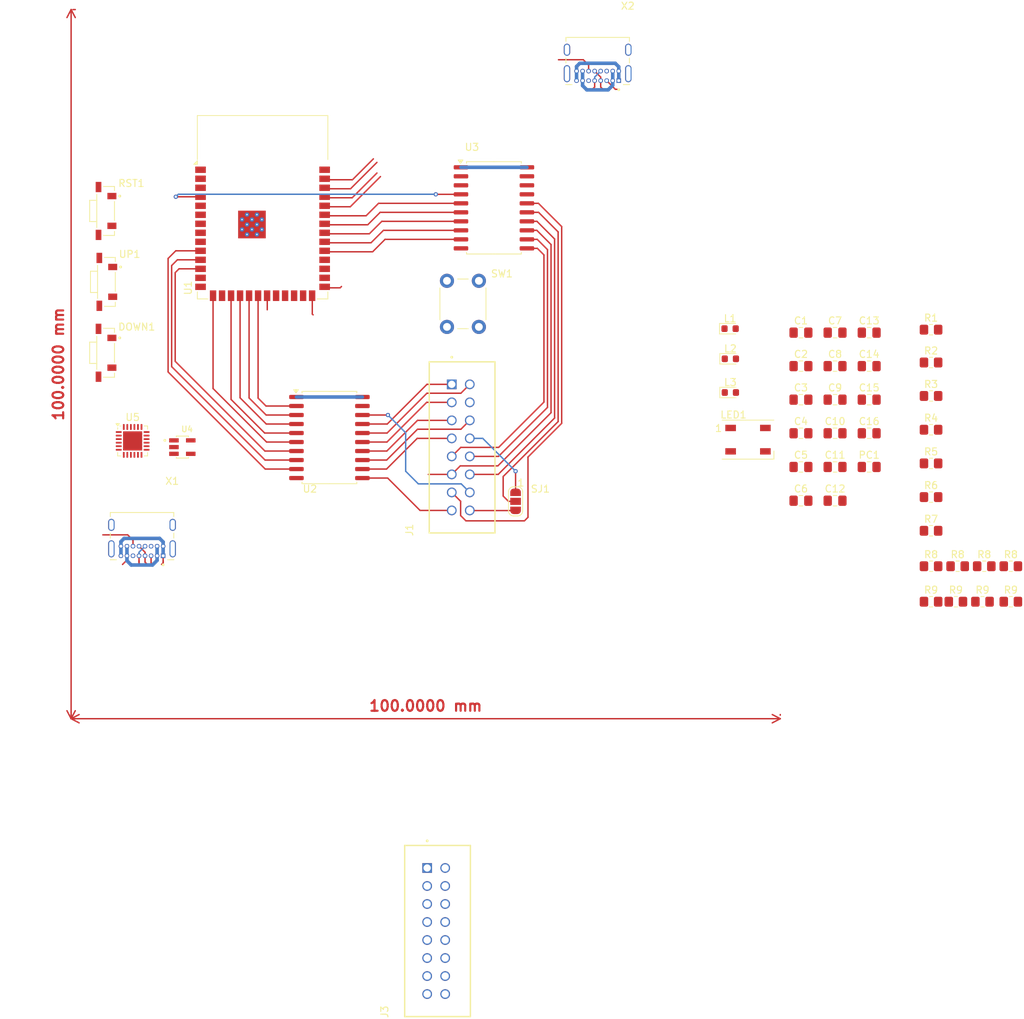
<source format=kicad_pcb>
(kicad_pcb (version 20240108) (generator "pcbnew") (generator_version "8.0")
  (layers (0 "F.Cu" signal) (31 "B.Cu" signal) (34 "B.Paste" user) (35 "F.Paste" user) (36 "B.SilkS" user "B.Silkscreen") (37 "F.SilkS" user "F.Silkscreen") (38 "B.Mask" user) (39 "F.Mask" user) (44 "Edge.Cuts" user))
  (net 0 "")
  (net 1 "GND")
  (net 2 "Net-(X1-DN1)")
  (net 3 "Net-(R9B-1)")
  (net 4 "/~{RESET}")
  (net 5 "/NC1")
  (net 6 "/ADDRE_3V")
  (net 7 "/NC3")
  (net 8 "/OE_3V")
  (net 9 "/D13")
  (net 10 "/NC2")
  (net 11 "/NC8")
  (net 12 "/NC4")
  (net 14 "/UP")
  (net 15 "/ADDRD_3V")
  (net 16 "/D1-")
  (net 17 "/CLK_3V")
  (net 18 "/ADDRA_3V")
  (net 19 "/ADDRB_3V")
  (net 20 "/D1+")
  (net 21 "/NC9")
  (net 22 "/R1_3V")
  (net 23 "/G1_3V")
  (net 24 "/UART_TX")
  (net 25 "/NC7")
  (net 26 "/UART_RX")
  (net 27 "/B2_3V")
  (net 28 "/R2_3V")
  (net 29 "/DOWN")
  (net 30 "/NC")
  (net 31 "/NC5")
  (net 32 "/BOOT0")
  (net 33 "/NC6")
  (net 34 "3.3V")
  (net 35 "/NEOPIX")
  (net 36 "/G2_3V")
  (net 38 "/B1_3V")
  (net 40 "/ADDRC_3V")
  (net 41 "/LAT_3V")
  (net 51 "Net-(U5-GND-Pad10)")
  (net 66 "+5V")
  (net 68 "Net-(L2-PadA)")
  (net 69 "Net-(L3-PadC)")
  (net 70 "Net-(L1-PadC)")
  (net 71 "Net-(LED1-DI)")
  (footprint "DisplayDriver:SW_TL3330AF260QG" (layer "F.Cu") (at 79.865 78.4 -90)
    (property "Reference" "RST1")
    (property "Value" "SW_TL3330AF260QG")
  )
  (footprint "Package_DFN_QFN:QFN-24-1EP_4x4mm_P0.5mm_EP2.7x2.7mm" (layer "F.Cu") (at 83.675 110.825)
    (property "Reference" "U5")
    (property "Value" "STUSB4500QTR")
  )
  (footprint "Capacitor_SMD:C_0805_2012Metric_Pad1.18x1.45mm_HandSolder" (layer "F.Cu") (at 182.7275 100.28)
    (property "Reference" "C8")
    (property "Value" "10uF")
  )
  (footprint "Package_SO:SOIC-20W_7.5x12.8mm_P1.27mm" (layer "F.Cu") (at 111.425 110.35)
    (property "Reference" "U2")
    (property "Value" "SOIC-20W_7.5x12.8mm_P1.27mm")
  )
  (footprint "Resistor_SMD:R_0805_2012Metric_Pad1.20x1.40mm_HandSolder" (layer "F.Cu") (at 196.265 118.75)
    (property "Reference" "R6")
    (property "Value" "10K")
  )
  (footprint "Resistor_SMD:R_0805_2012Metric_Pad1.20x1.40mm_HandSolder" (layer "F.Cu") (at 196.265 104.49)
    (property "Reference" "R3")
    (property "Value" "10K")
  )
  (footprint "Package_SO:SOIC-20W_7.5x12.8mm_P1.27mm" (layer "F.Cu") (at 134.625 77.96)
    (property "Reference" "U3")
    (property "Value" "SOIC-20W_7.5x12.8mm_P1.27mm")
  )
  (footprint "DisplayDriver:SAMTEC_HTSS-108-01-G-D" (layer "F.Cu") (at 128.675 102.85 -90)
    (property "Reference" "J1")
    (property "Value" "SAMTEC_HTSS-108-01-G-D")
  )
  (footprint "Resistor_SMD:R_0805_2012Metric_Pad1.20x1.40mm_HandSolder" (layer "F.Cu") (at 196.265 128.5)
    (property "Reference" "R8")
    (property "Value" "5.1k")
  )
  (footprint "Capacitor_SMD:C_0805_2012Metric_Pad1.18x1.45mm_HandSolder" (layer "F.Cu") (at 187.5375 105.01)
    (property "Reference" "C15")
    (property "Value" "0.1uF")
  )
  (footprint "Capacitor_SMD:C_0805_2012Metric_Pad1.18x1.45mm_HandSolder" (layer "F.Cu") (at 187.5375 100.28)
    (property "Reference" "C14")
    (property "Value" "10uF")
  )
  (footprint "Resistor_SMD:R_0805_2012Metric_Pad1.20x1.40mm_HandSolder" (layer "F.Cu") (at 196.265 109.25)
    (property "Reference" "R4")
    (property "Value" "10K")
  )
  (footprint "DisplayDriver:SW_TL3330AF260QG" (layer "F.Cu") (at 79.865 98.4 -90)
    (property "Reference" "DOWN1")
    (property "Value" "SW_TL3330AF260QG")
  )
  (footprint "Resistor_SMD:R_0805_2012Metric_Pad1.20x1.40mm_HandSolder" (layer "F.Cu") (at 196.265 123.5)
    (property "Reference" "R7")
    (property "Value" "Resistor_SMD:R_0805_2012Metric_Pad1.20x1.40mm_HandSolder" (hide yes))
  )
  (footprint "LED_SMD:LED_0603_1608Metric" (layer "F.Cu") (at 167.925 95)
    (property "Reference" "L1")
    (property "Value" "RED")
  )
  (footprint "Capacitor_SMD:C_0805_2012Metric_Pad1.18x1.45mm_HandSolder" (layer "F.Cu") (at 177.9175 119.26)
    (property "Reference" "C6")
    (property "Value" "1uF")
  )
  (footprint "Jumper:SolderJumper-3_P1.3mm_Open_RoundedPad1.0x1.5mm_NumberLabels" (layer "F.Cu") (at 137.675 119.35 -90)
    (property "Reference" "SJ1")
    (property "Value" "SolderJumper-3_P1.3mm_Open_Rounded")
  )
  (footprint "Capacitor_SMD:C_0805_2012Metric_Pad1.18x1.45mm_HandSolder" (layer "F.Cu") (at 182.7275 109.75)
    (property "Reference" "C10")
    (property "Value" "0.1uF")
  )
  (footprint "DisplayDriver:SAMTEC_HTSS-108-01-G-D" (layer "F.Cu") (at 125.21 171.05 -90)
    (property "Reference" "J3")
    (property "Value" "SAMTEC_HTSS-108-01-G-D")
  )
  (footprint "Capacitor_SMD:C_0805_2012Metric_Pad1.18x1.45mm_HandSolder" (layer "F.Cu") (at 177.9175 95.56)
    (property "Reference" "C1")
    (property "Value" "0.1uF")
  )
  (footprint "Capacitor_SMD:C_0805_2012Metric_Pad1.18x1.45mm_HandSolder" (layer "F.Cu") (at 182.7275 95.56)
    (property "Reference" "C7")
    (property "Value" "1uF")
  )
  (footprint "Capacitor_SMD:C_0805_2012Metric_Pad1.18x1.45mm_HandSolder" (layer "F.Cu") (at 182.7275 119.26)
    (property "Reference" "C12")
    (property "Value" "10uF")
  )
  (footprint "Resistor_SMD:R_0805_2012Metric_Pad1.20x1.40mm_HandSolder" (layer "F.Cu") (at 203.765 128.5)
    (property "Reference" "R8")
    (property "Value" "5.1k")
  )
  (footprint "Capacitor_SMD:C_0805_2012Metric_Pad1.18x1.45mm_HandSolder" (layer "F.Cu") (at 182.7275 114.5)
    (property "Reference" "C11")
    (property "Value" "10uF")
  )
  (footprint "Resistor_SMD:R_0805_2012Metric_Pad1.20x1.40mm_HandSolder" (layer "F.Cu") (at 196.265 95.14)
    (property "Reference" "R1")
    (property "Value" "10K")
  )
  (footprint "RF_Module:ESP32-S3-WROOM-1" (layer "F.Cu") (at 102 77.85)
    (property "Reference" "U1")
    (property "Value" "ESP32-S3-WROOM-1")
  )
  (footprint "Resistor_SMD:R_0805_2012Metric_Pad1.20x1.40mm_HandSolder" (layer "F.Cu") (at 196.265 133.5)
    (property "Reference" "R9")
    (property "Value" "22")
  )
  (footprint "Capacitor_SMD:C_0805_2012Metric_Pad1.18x1.45mm_HandSolder" (layer "F.Cu") (at 177.9175 114.5)
    (property "Reference" "C5")
    (property "Value" "0.1uF")
  )
  (footprint "Capacitor_SMD:C_0805_2012Metric_Pad1.18x1.45mm_HandSolder" (layer "F.Cu") (at 187.5375 95.56)
    (property "Reference" "C13")
    (property "Value" "10uF")
  )
  (footprint "LED_SMD:LED_0603_1608Metric" (layer "F.Cu") (at 167.9625 99.25)
    (property "Reference" "L2")
    (property "Value" "GREEN")
  )
  (footprint "DisplayDriver:SW_TL3330AF260QG" (layer "F.Cu") (at 79.98 88.4 -90)
    (property "Reference" "UP1")
    (property "Value" "SW_TL3330AF260QG")
  )
  (footprint "Resistor_SMD:R_0805_2012Metric_Pad1.20x1.40mm_HandSolder" (layer "F.Cu") (at 200.015 128.5)
    (property "Reference" "R8")
    (property "Value" "5.1k")
  )
  (footprint "Capacitor_SMD:C_0805_2012Metric_Pad1.18x1.45mm_HandSolder" (layer "F.Cu") (at 177.9175 109.75)
    (property "Reference" "C4")
    (property "Value" "10uF")
  )
  (footprint "Capacitor_SMD:C_0805_2012Metric_Pad1.18x1.45mm_HandSolder" (layer "F.Cu") (at 177.9175 100.28)
    (property "Reference" "C2")
    (property "Value" "10uF")
  )
  (footprint "Capacitor_SMD:C_0805_2012Metric_Pad1.18x1.45mm_HandSolder" (layer "F.Cu") (at 182.7275 105.01)
    (property "Reference" "C9")
    (property "Value" "0.1uF")
  )
  (footprint "DisplayDriver:SOT95P285X140-5N" (layer "F.Cu") (at 90.685 111.7)
    (property "Reference" "U4")
    (property "Value" "AP2112K-3.3TRG1")
  )
  (footprint "Resistor_SMD:R_0805_2012Metric_Pad1.20x1.40mm_HandSolder" (layer "F.Cu") (at 207.515 133.5)
    (property "Reference" "R9")
    (property "Value" "22")
  )
  (footprint "Resistor_SMD:R_0805_2012Metric_Pad1.20x1.40mm_HandSolder" (layer "F.Cu") (at 199.765 133.5)
    (property "Reference" "R9")
    (property "Value" "22")
  )
  (footprint "Resistor_SMD:R_0805_2012Metric_Pad1.20x1.40mm_HandSolder" (layer "F.Cu") (at 196.265 114)
    (property "Reference" "R5")
    (property "Value" "10K")
  )
  (footprint "LED_SMD:LED_0603_1608Metric" (layer "F.Cu") (at 167.9625 104)
    (property "Reference" "L3")
    (property "Value" "GREEN")
  )
  (footprint "DisplayDriver:CUI_UJ20-C-H-G-SMT-TR" (layer "F.Cu") (at 85 123 180)
    (property "Reference" "X1")
    (property "Value" "CUI_UJ20-C-H-G-SMT-TR")
  )
  (footprint "Button_Switch_THT:SW_PUSH_6mm" (layer "F.Cu") (at 128 94.75 90)
    (property "Reference" "SW1")
    (property "Value" "Generic (Lab Kit)")
  )
  (footprint "Capacitor_SMD:C_0805_2012Metric_Pad1.18x1.45mm_HandSolder" (layer "F.Cu") (at 177.9175 105.01)
    (property "Reference" "C3")
    (property "Value" "10uF")
  )
  (footprint "Capacitor_SMD:C_0805_2012Metric_Pad1.18x1.45mm_HandSolder" (layer "F.Cu") (at 187.5375 109.75)
    (property "Reference" "C16")
    (property "Value" "0.1uF")
  )
  (footprint "LED_SMD:LED_WS2812B_PLCC4_5.0x5.0mm_P3.2mm" (layer "F.Cu") (at 170.45 110.65)
    (property "Reference" "LED1")
    (property "Value" "LED_WS2812B_PLCC4_5.0x5.0mm_P3.2mm")
  )
  (footprint "Resistor_SMD:R_0805_2012Metric_Pad1.20x1.40mm_HandSolder" (layer "F.Cu") (at 203.515 133.5)
    (property "Reference" "R9")
    (property "Value" "22")
  )
  (footprint "Resistor_SMD:R_0805_2012Metric_Pad1.20x1.40mm_HandSolder" (layer "F.Cu") (at 196.265 99.77)
    (property "Reference" "R2")
    (property "Value" "10K")
  )
  (footprint "Resistor_SMD:R_0805_2012Metric_Pad1.20x1.40mm_HandSolder" (layer "F.Cu") (at 207.515 128.5)
    (property "Reference" "R8")
    (property "Value" "5.1k")
  )
  (footprint "Capacitor_SMD:C_0805_2012Metric_Pad1.18x1.45mm_HandSolder" (layer "F.Cu") (at 187.5375 114.5)
    (property "Reference" "PC1")
    (property "Value" "100uF/6.3V")
  )
  (footprint "DisplayDriver:CUI_UJ20-C-H-G-SMT-TR" (layer "F.Cu") (at 149.25 56 180)
    (property "Reference" "X2")
    (property "Value" "CUI_UJ20-C-H-G-SMT-TR")
  )
  (dimension (type aligned) (layer "F.Cu") (pts (xy 74.75 50) (xy 74.75 150)) (height -0.25) (gr_text "100.0000 mm" (at 73.2 100 90) (layer "F.Cu") (effects (font (size 1.5 1.5) (thickness 0.3)))) (format (prefix "") (suffix "") (units 3) (units_format 1) (precision 4)) (style (thickness 0.2) (arrow_length 1.27) (text_position_mode 0) (extension_height 0.58642) (extension_offset 0.5) keep_text_aligned))
  (dimension (type aligned) (layer "F.Cu") (pts (xy 75 150) (xy 175 150)) (height 0) (gr_text "100.0000 mm" (at 125 148.2 0) (layer "F.Cu") (effects (font (size 1.5 1.5) (thickness 0.3)))) (format (prefix "") (suffix "") (units 3) (units_format 1) (precision 4)) (style (thickness 0.2) (arrow_length 1.27) (text_position_mode 0) (extension_height 0.58642) (extension_offset 0.5) keep_text_aligned))
  (segment (start 135.282359 111.742641) (end 141.675 105.35) (width 0.2) (layer "F.Cu") (net 0))
  (segment (start 140.675 81.135) (end 139.275 81.135) (width 0.2) (layer "F.Cu") (net 0))
  (segment (start 140.75 83.675) (end 139.275 83.675) (width 0.2) (layer "F.Cu") (net 0))
  (segment (start 119.54 110.985) (end 125.135 105.39) (width 0.2) (layer "F.Cu") (net 0))
  (segment (start 131.215 113.01) (end 135.265 113.01) (width 0.2) (layer "F.Cu") (net 0))
  (segment (start 147.975 58.675) (end 147.975 57.825) (width 0.2) (layer "F.Cu") (net 0))
  (segment (start 119.52 112.255) (end 123.845 107.93) (width 0.2) (layer "F.Cu") (net 0))
  (segment (start 140.73 82.405) (end 139.275 82.405) (width 0.2) (layer "F.Cu") (net 0))
  (segment (start 139.425 121.6) (end 138.925 122.1) (width 0.2) (layer "F.Cu") (net 0))
  (segment (start 140.9 77.325) (end 144.175 80.6) (width 0.2) (layer "F.Cu") (net 0))
  (segment (start 128.675 115.55) (end 125.375 115.55) (width 0.2) (layer "F.Cu") (net 0))
  (segment (start 119.56 109.715) (end 125.175 104.1) (width 0.2) (layer "F.Cu") (net 0))
  (segment (start 116.075 110.985) (end 119.54 110.985) (width 0.2) (layer "F.Cu") (net 0))
  (segment (start 86.275 128.025) (end 86.5 128.25) (width 0.2) (layer "F.Cu") (net 0))
  (segment (start 116.075 108.445) (end 119.58 108.445) (width 0.2) (layer "F.Cu") (net 0))
  (segment (start 85.425 126.525) (end 84.575 125.675) (width 0.2) (layer "F.Cu") (net 0))
  (segment (start 116.075 109.715) (end 119.56 109.715) (width 0.2) (layer "F.Cu") (net 0))
  (segment (start 141.675 105.35) (end 141.675 84.6) (width 0.2) (layer "F.Cu") (net 0))
  (segment (start 116.075 107.175) (end 119.675 107.175) (width 0.2) (layer "F.Cu") (net 0))
  (segment (start 128.675 115.55) (end 129.875 114.35) (width 0.2) (layer "F.Cu") (net 0))
  (segment (start 147.975 57.825) (end 147.225 57.075) (width 0.2) (layer "F.Cu") (net 0))
  (segment (start 116.075 114.795) (end 119.48 114.795) (width 0.2) (layer "F.Cu") (net 0))
  (segment (start 123.845 107.93) (end 128.675 107.93) (width 0.2) (layer "F.Cu") (net 0))
  (segment (start 144.175 80.6) (end 144.175 108.35) (width 0.2) (layer "F.Cu") (net 0))
  (segment (start 116.075 116.065) (end 119.64 116.065) (width 0.2) (layer "F.Cu") (net 0))
  (segment (start 135.175 114.35) (end 142.675 106.85) (width 0.2) (layer "F.Cu") (net 0))
  (segment (start 135.265 113.01) (end 142.175 106.1) (width 0.2) (layer "F.Cu") (net 0))
  (segment (start 129.965 104.1) (end 125.175 104.1) (width 0.2) (layer "F.Cu") (net 0))
  (segment (start 139.275 77.325) (end 140.9 77.325) (width 0.2) (layer "F.Cu") (net 0))
  (segment (start 135.925 118.6) (end 136.675 119.35) (width 0.2) (layer "F.Cu") (net 0))
  (segment (start 149.675 59.525) (end 148.825 58.675) (width 0.2) (layer "F.Cu") (net 0))
  (segment (start 125.175 102.85) (end 128.675 102.85) (width 0.2) (layer "F.Cu") (net 0))
  (segment (start 141.675 84.6) (end 140.75 83.675) (width 0.2) (layer "F.Cu") (net 0))
  (segment (start 85.425 127.025) (end 85.425 127.925) (width 0.2) (layer "F.Cu") (net 0))
  (segment (start 131.245 120.6) (end 131.215 120.63) (width 0.2) (layer "F.Cu") (net 0))
  (segment (start 140.69 79.865) (end 139.275 79.865) (width 0.2) (layer "F.Cu") (net 0))
  (segment (start 86.275 127.025) (end 86.275 128.025) (width 0.2) (layer "F.Cu") (net 0))
  (segment (start 128.675 113.01) (end 129.942359 111.742641) (width 0.2) (layer "F.Cu") (net 0))
  (segment (start 116.075 113.525) (end 119.5 113.525) (width 0.2) (layer "F.Cu") (net 0))
  (segment (start 84.575 128.075) (end 84.75 128.25) (width 0.2) (layer "F.Cu") (net 0))
  (segment (start 137.675 118.05) (end 137.675 115.1) (width 0.2) (layer "F.Cu") (net 0))
  (segment (start 142.175 106.1) (end 142.175 83.85) (width 0.2) (layer "F.Cu") (net 0))
  (segment (start 144.175 108.35) (end 139.425 113.1) (width 0.2) (layer "F.Cu") (net 0))
  (segment (start 139.275 78.595) (end 140.92 78.595) (width 0.2) (layer "F.Cu") (net 0))
  (segment (start 119.64 116.065) (end 124.205 120.63) (width 0.2) (layer "F.Cu") (net 0))
  (segment (start 82.975 124.075) (end 79.475 124.075) (width 0.2) (layer "F.Cu") (net 0))
  (segment (start 87.975 127.75) (end 87.975 128.025) (width 0.2) (layer "F.Cu") (net 0))
  (segment (start 84.575 127.75) (end 84.575 128.075) (width 0.2) (layer "F.Cu") (net 0))
  (segment (start 148.825 60.025) (end 148.825 60.925) (width 0.2) (layer "F.Cu") (net 0))
  (segment (start 85.425 127.925) (end 85.75 128.25) (width 0.2) (layer "F.Cu") (net 0))
  (segment (start 136.675 119.35) (end 137.675 119.35) (width 0.2) (layer "F.Cu") (net 0))
  (segment (start 124.205 120.63) (end 128.675 120.63) (width 0.2) (layer "F.Cu") (net 0))
  (segment (start 143.175 107.6) (end 143.175 82.35) (width 0.2) (layer "F.Cu") (net 0))
  (segment (start 149.675 60.025) (end 149.675 59.525) (width 0.2) (layer "F.Cu") (net 0))
  (segment (start 125.135 105.39) (end 128.675 105.39) (width 0.2) (layer "F.Cu") (net 0))
  (segment (start 147.225 57.075) (end 143.725 57.075) (width 0.2) (layer "F.Cu") (net 0))
  (segment (start 129.925 121.35) (end 129.925 119.34) (width 0.2) (layer "F.Cu") (net 0))
  (segment (start 139.425 113.1) (end 139.425 121.6) (width 0.2) (layer "F.Cu") (net 0))
  (segment (start 149.675 60.025) (end 149.675 60.925) (width 0.2) (layer "F.Cu") (net 0))
  (segment (start 143.675 108.1) (end 135.925 115.85) (width 0.2) (layer "F.Cu") (net 0))
  (segment (start 138.925 122.1) (end 130.675 122.1) (width 0.2) (layer "F.Cu") (net 0))
  (segment (start 82.875 127.625) (end 82.25 128.25) (width 0.2) (layer "F.Cu") (net 0))
  (segment (start 131.215 115.55) (end 135.225 115.55) (width 0.2) (layer "F.Cu") (net 0))
  (segment (start 143.175 82.35) (end 140.69 79.865) (width 0.2) (layer "F.Cu") (net 0))
  (segment (start 131.215 102.85) (end 129.965 104.1) (width 0.2) (layer "F.Cu") (net 0))
  (segment (start 85.425 127.025) (end 85.425 126.525) (width 0.2) (layer "F.Cu") (net 0))
  (segment (start 84.575 127.025) (end 84.575 127.75) (width 0.2) (layer "F.Cu") (net 0))
  (segment (start 119.5 113.525) (end 123.846767 109.178233) (width 0.2) (layer "F.Cu") (net 0))
  (segment (start 119.48 114.795) (end 123.805 110.47) (width 0.2) (layer "F.Cu") (net 0))
  (segment (start 129.875 114.35) (end 135.175 114.35) (width 0.2) (layer "F.Cu") (net 0))
  (segment (start 142.675 83.135) (end 140.675 81.135) (width 0.2) (layer "F.Cu") (net 0))
  (segment (start 148.825 60.925) (end 148.5 61.25) (width 0.2) (layer "F.Cu") (net 0))
  (segment (start 84.575 127.75) (end 84.575 127.925) (width 0.2) (layer "F.Cu") (net 0))
  (segment (start 143.675 81.35) (end 143.675 108.1) (width 0.2) (layer "F.Cu") (net 0))
  (segment (start 129.942359 111.742641) (end 135.282359 111.742641) (width 0.2) (layer "F.Cu") (net 0))
  (segment (start 119.58 108.445) (end 125.175 102.85) (width 0.2) (layer "F.Cu") (net 0))
  (segment (start 129.925 119.34) (end 128.675 118.09) (width 0.2) (layer "F.Cu") (net 0))
  (segment (start 129.966767 109.178233) (end 131.215 107.93) (width 0.2) (layer "F.Cu") (net 0))
  (segment (start 151.75 61.25) (end 152 61.25) (width 0.2) (layer "F.Cu") (net 0))
  (segment (start 142.675 106.85) (end 142.675 83.135) (width 0.2) (layer "F.Cu") (net 0))
  (segment (start 87.975 128.025) (end 87.75 128.25) (width 0.2) (layer "F.Cu") (net 0))
  (segment (start 137.675 120.65) (end 131.235 120.65) (width 0.2) (layer "F.Cu") (net 0))
  (segment (start 130.675 122.1) (end 129.925 121.35) (width 0.2) (layer "F.Cu") (net 0))
  (segment (start 116.075 112.255) (end 119.52 112.255) (width 0.2) (layer "F.Cu") (net 0))
  (segment (start 149.675 60.925) (end 150 61.25) (width 0.2) (layer "F.Cu") (net 0))
  (segment (start 131.335 110.35) (end 131.215 110.47) (width 0.2) (layer "F.Cu") (net 0))
  (segment (start 135.925 115.85) (end 135.925 118.6) (width 0.2) (layer "F.Cu") (net 0))
  (segment (start 83.725 124.825) (end 82.975 124.075) (width 0.2) (layer "F.Cu") (net 0))
  (segment (start 82.875 127.025) (end 82.875 127.625) (width 0.2) (layer "F.Cu") (net 0))
  (segment (start 131.235 120.65) (end 131.215 120.63) (width 0.2) (layer "F.Cu") (net 0))
  (segment (start 123.846767 109.178233) (end 129.966767 109.178233) (width 0.2) (layer "F.Cu") (net 0))
  (segment (start 140.92 78.595) (end 143.675 81.35) (width 0.2) (layer "F.Cu") (net 0))
  (segment (start 123.805 110.47) (end 128.675 110.47) (width 0.2) (layer "F.Cu") (net 0))
  (segment (start 135.225 115.55) (end 143.175 107.6) (width 0.2) (layer "F.Cu") (net 0))
  (segment (start 87.975 127.025) (end 87.975 127.75) (width 0.2) (layer "F.Cu") (net 0))
  (segment (start 83.725 125.675) (end 83.725 124.825) (width 0.2) (layer "F.Cu") (net 0))
  (segment (start 150.525 60.025) (end 151.75 61.25) (width 0.2) (layer "F.Cu") (net 0))
  (segment (start 87.975 127.75) (end 87.975 127.975) (width 0.2) (layer "F.Cu") (net 0))
  (segment (start 142.175 83.85) (end 140.73 82.405) (width 0.2) (layer "F.Cu") (net 0))
  (via (at 119.675 107.175) (size 0.6) (drill 0.3) (layers "F.Cu" "B.Cu") (net 0))
  (via (at 137.675 115.1) (size 0.6) (drill 0.3) (layers "F.Cu" "B.Cu") (net 0))
  (segment (start 82.025 125.025) (end 82.475 124.575) (width 0.5) (layer "B.Cu") (net 0))
  (segment (start 152.225 60.025) (end 152.225 58.675) (width 0.5) (layer "B.Cu") (net 0))
  (segment (start 87.125 127.025) (end 87.125 125.675) (width 0.5) (layer "B.Cu") (net 0))
  (segment (start 147.125 60.725) (end 147.125 60.025) (width 0.5) (layer "B.Cu") (net 0))
  (segment (start 148.825 60.025) (end 148.825 59.525) (width 0.2) (layer "B.Cu") (net 0))
  (segment (start 87.975 125.075) (end 87.975 125.675) (width 0.5) (layer "B.Cu") (net 0))
  (segment (start 148.825 59.525) (end 149.675 58.675) (width 0.2) (layer "B.Cu") (net 0))
  (segment (start 137.675 115.1) (end 133.045 110.47) (width 0.2) (layer "B.Cu") (net 0))
  (segment (start 86.475 128.325) (end 83.475 128.325) (width 0.5) (layer "B.Cu") (net 0))
  (segment (start 150.725 61.325) (end 147.725 61.325) (width 0.5) (layer "B.Cu") (net 0))
  (segment (start 82.475 124.575) (end 87.475 124.575) (width 0.5) (layer "B.Cu") (net 0))
  (segment (start 147.725 61.325) (end 147.125 60.725) (width 0.5) (layer "B.Cu") (net 0))
  (segment (start 146.275 58.025) (end 146.725 57.575) (width 0.5) (layer "B.Cu") (net 0))
  (segment (start 151.725 57.575) (end 152.225 58.075) (width 0.5) (layer "B.Cu") (net 0))
  (segment (start 133.045 110.47) (end 131.215 110.47) (width 0.2) (layer "B.Cu") (net 0))
  (segment (start 106.775 104.635) (end 116.075 104.635) (width 0.5) (layer "B.Cu") (net 0))
  (segment (start 151.375 60.675) (end 150.725 61.325) (width 0.5) (layer "B.Cu") (net 0))
  (segment (start 87.475 124.575) (end 87.975 125.075) (width 0.5) (layer "B.Cu") (net 0))
  (segment (start 152.225 58.075) (end 152.225 58.675) (width 0.5) (layer "B.Cu") (net 0))
  (segment (start 146.725 57.575) (end 151.725 57.575) (width 0.5) (layer "B.Cu") (net 0))
  (segment (start 151.375 60.025) (end 151.375 60.675) (width 0.5) (layer "B.Cu") (net 0))
  (segment (start 84.575 126.525) (end 85.425 125.675) (width 0.2) (layer "B.Cu") (net 0))
  (segment (start 82.025 127.025) (end 82.025 125.675) (width 0.5) (layer "B.Cu") (net 0))
  (segment (start 131.215 118.09) (end 130.0125 116.8875) (width 0.2) (layer "B.Cu") (net 0))
  (segment (start 123.9625 116.8875) (end 122.175 115.1) (width 0.2) (layer "B.Cu") (net 0))
  (segment (start 147.125 60.025) (end 147.125 58.675) (width 0.5) (layer "B.Cu") (net 0))
  (segment (start 146.275 58.675) (end 146.275 58.025) (width 0.5) (layer "B.Cu") (net 0))
  (segment (start 87.125 127.025) (end 87.125 127.675) (width 0.5) (layer "B.Cu") (net 0))
  (segment (start 122.175 115.1) (end 122.175 109.675) (width 0.2) (layer "B.Cu") (net 0))
  (segment (start 82.025 125.675) (end 82.025 125.025) (width 0.5) (layer "B.Cu") (net 0))
  (segment (start 129.975 72.245) (end 139.275 72.245) (width 0.5) (layer "B.Cu") (net 0))
  (segment (start 82.875 127.725) (end 82.875 127.025) (width 0.5) (layer "B.Cu") (net 0))
  (segment (start 84.575 127.025) (end 84.575 126.525) (width 0.2) (layer "B.Cu") (net 0))
  (segment (start 83.475 128.325) (end 82.875 127.725) (width 0.5) (layer "B.Cu") (net 0))
  (segment (start 130.0125 116.8875) (end 123.9625 116.8875) (width 0.2) (layer "B.Cu") (net 0))
  (segment (start 82.875 127.025) (end 82.875 125.675) (width 0.5) (layer "B.Cu") (net 0))
  (segment (start 151.375 60.025) (end 151.375 58.675) (width 0.5) (layer "B.Cu") (net 0))
  (segment (start 87.125 127.675) (end 86.475 128.325) (width 0.5) (layer "B.Cu") (net 0))
  (segment (start 87.975 127.025) (end 87.975 125.675) (width 0.5) (layer "B.Cu") (net 0))
  (segment (start 146.275 60.025) (end 146.275 58.675) (width 0.5) (layer "B.Cu") (net 0))
  (segment (start 122.175 109.675) (end 119.675 107.175) (width 0.2) (layer "B.Cu") (net 0))
  (segment (start 129.975 77.325) (end 118.35 77.325) (width 0.2) (layer "F.Cu") (net 6))
  (segment (start 118.35 77.325) (end 116.595 79.08) (width 0.2) (layer "F.Cu") (net 6))
  (segment (start 116.595 79.08) (end 110.775 79.08) (width 0.2) (layer "F.Cu") (net 6))
  (segment (start 89.755 84.02) (end 88.675 85.1) (width 0.2) (layer "F.Cu") (net 8))
  (segment (start 106.775 114.795) (end 106.7525 114.7725) (width 0.2) (layer "F.Cu") (net 8))
  (segment (start 102.37 114.795) (end 106.775 114.795) (width 0.2) (layer "F.Cu") (net 8))
  (segment (start 93.25 84.02) (end 89.755 84.02) (width 0.2) (layer "F.Cu") (net 8))
  (segment (start 88.675 85.1) (end 88.675 101.1) (width 0.2) (layer "F.Cu") (net 8))
  (segment (start 88.675 101.1) (end 102.37 114.795) (width 0.2) (layer "F.Cu") (net 8))
  (segment (start 102.66 90.49) (end 102.66 92.335) (width 0.2) (layer "F.Cu") (net 9))
  (segment (start 110.775 74) (end 114.675 74) (width 0.2) (layer "F.Cu") (net 14))
  (segment (start 114.675 74) (end 117.625 71.05) (width 0.2) (layer "F.Cu") (net 14))
  (segment (start 116.825 80.35) (end 110.775 80.35) (width 0.2) (layer "F.Cu") (net 15))
  (segment (start 118.58 78.595) (end 116.825 80.35) (width 0.2) (layer "F.Cu") (net 15))
  (segment (start 129.975 78.595) (end 118.58 78.595) (width 0.2) (layer "F.Cu") (net 15))
  (segment (start 129.975 76.055) (end 126.425 76.055) (width 0.2) (layer "F.Cu") (net 17))
  (segment (start 93.25 76.4) (end 89.765 76.4) (width 0.2) (layer "F.Cu") (net 17))
  (via (at 89.765 76.4) (size 0.6) (drill 0.3) (layers "F.Cu" "B.Cu") (net 17))
  (via (at 126.425 76.055) (size 0.6) (drill 0.3) (layers "F.Cu" "B.Cu") (net 17))
  (segment (start 126.415 76.045) (end 90.12 76.045) (width 0.2) (layer "B.Cu") (net 17))
  (segment (start 90.12 76.045) (end 89.765 76.4) (width 0.2) (layer "B.Cu") (net 17))
  (segment (start 126.425 76.055) (end 126.415 76.045) (width 0.2) (layer "B.Cu") (net 17))
  (segment (start 129.975 82.405) (end 119.27 82.405) (width 0.2) (layer "F.Cu") (net 18))
  (segment (start 119.27 82.405) (end 117.515 84.16) (width 0.2) (layer "F.Cu") (net 18))
  (segment (start 117.515 84.16) (end 110.775 84.16) (width 0.2) (layer "F.Cu") (net 18))
  (segment (start 117.285 82.89) (end 110.775 82.89) (width 0.2) (layer "F.Cu") (net 19))
  (segment (start 129.975 81.135) (end 119.04 81.135) (width 0.2) (layer "F.Cu") (net 19))
  (segment (start 119.04 81.135) (end 117.285 82.89) (width 0.2) (layer "F.Cu") (net 19))
  (segment (start 100.095 90.35) (end 100.095 104.77) (width 0.2) (layer "F.Cu") (net 22))
  (segment (start 102.5 107.175) (end 106.775 107.175) (width 0.2) (layer "F.Cu") (net 22))
  (segment (start 100.095 104.77) (end 102.5 107.175) (width 0.2) (layer "F.Cu") (net 22))
  (segment (start 98.825 90.35) (end 98.825 104.75) (width 0.2) (layer "F.Cu") (net 23))
  (segment (start 102.52 108.445) (end 106.775 108.445) (width 0.2) (layer "F.Cu") (net 23))
  (segment (start 98.825 104.75) (end 102.52 108.445) (width 0.2) (layer "F.Cu") (net 23))
  (segment (start 114.635 76.54) (end 118.125 73.05) (width 0.2) (layer "F.Cu") (net 24))
  (segment (start 110.775 76.54) (end 114.635 76.54) (width 0.2) (layer "F.Cu") (net 24))
  (segment (start 110.775 77.81) (end 114.365 77.81) (width 0.2) (layer "F.Cu") (net 26))
  (segment (start 114.365 77.81) (end 118.625 73.55) (width 0.2) (layer "F.Cu") (net 26))
  (segment (start 93.25 85.29) (end 89.985 85.29) (width 0.2) (layer "F.Cu") (net 27))
  (segment (start 89.985 85.29) (end 89.175 86.1) (width 0.2) (layer "F.Cu") (net 27))
  (segment (start 102.35 113.525) (end 106.775 113.525) (width 0.2) (layer "F.Cu") (net 27))
  (segment (start 89.175 100.35) (end 102.35 113.525) (width 0.2) (layer "F.Cu") (net 27))
  (segment (start 89.175 86.1) (end 89.175 100.35) (width 0.2) (layer "F.Cu") (net 27))
  (segment (start 95.015 90.35) (end 95.015 103.44) (width 0.2) (layer "F.Cu") (net 28))
  (segment (start 95.015 103.44) (end 102.56 110.985) (width 0.2) (layer "F.Cu") (net 28))
  (segment (start 102.56 110.985) (end 106.775 110.985) (width 0.2) (layer "F.Cu") (net 28))
  (segment (start 110.775 75.27) (end 114.405 75.27) (width 0.2) (layer "F.Cu") (net 29))
  (segment (start 114.405 75.27) (end 118.125 71.55) (width 0.2) (layer "F.Cu") (net 29))
  (segment (start 110.775 89.24) (end 112.935 89.24) (width 0.2) (layer "F.Cu") (net 32))
  (segment (start 112.935 89.24) (end 113.125 89.05) (width 0.2) (layer "F.Cu") (net 32))
  (segment (start 109.125 93.05) (end 109.01 92.935) (width 0.2) (layer "F.Cu") (net 35))
  (segment (start 109.01 90.49) (end 109.01 92.935) (width 0.2) (layer "F.Cu") (net 35))
  (segment (start 89.675 87.1) (end 89.675 99.6) (width 0.2) (layer "F.Cu") (net 36))
  (segment (start 106.775 112.255) (end 106.7725 112.2525) (width 0.2) (layer "F.Cu") (net 36))
  (segment (start 90.215 86.56) (end 89.675 87.1) (width 0.2) (layer "F.Cu") (net 36))
  (segment (start 89.675 99.6) (end 102.33 112.255) (width 0.2) (layer "F.Cu") (net 36))
  (segment (start 93.25 86.56) (end 90.215 86.56) (width 0.2) (layer "F.Cu") (net 36))
  (segment (start 102.33 112.255) (end 106.775 112.255) (width 0.2) (layer "F.Cu") (net 36))
  (segment (start 97.555 104.98) (end 102.29 109.715) (width 0.2) (layer "F.Cu") (net 38))
  (segment (start 102.29 109.715) (end 106.775 109.715) (width 0.2) (layer "F.Cu") (net 38))
  (segment (start 97.555 90.35) (end 97.555 104.98) (width 0.2) (layer "F.Cu") (net 38))
  (segment (start 129.975 79.865) (end 118.81 79.865) (width 0.2) (layer "F.Cu") (net 40))
  (segment (start 117.055 81.62) (end 110.775 81.62) (width 0.2) (layer "F.Cu") (net 40))
  (segment (start 118.81 79.865) (end 117.055 81.62) (width 0.2) (layer "F.Cu") (net 40))
  (segment (start 101.365 90.35) (end 101.365 104.79) (width 0.2) (layer "F.Cu") (net 41))
  (segment (start 101.365 104.79) (end 102.48 105.905) (width 0.2) (layer "F.Cu") (net 41))
  (segment (start 102.48 105.905) (end 106.775 105.905) (width 0.2) (layer "F.Cu") (net 41))
)
</source>
